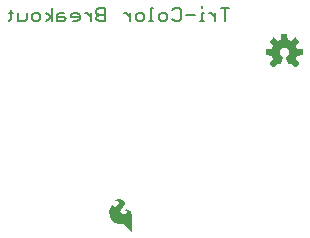
<source format=gbr>
G04 EAGLE Gerber RS-274X export*
G75*
%MOMM*%
%FSLAX34Y34*%
%LPD*%
%INSilkscreen Bottom*%
%IPPOS*%
%AMOC8*
5,1,8,0,0,1.08239X$1,22.5*%
G01*
%ADD10C,0.203200*%

G36*
X149020Y127146D02*
X149020Y127146D01*
X149128Y127156D01*
X149141Y127162D01*
X149155Y127164D01*
X149252Y127212D01*
X149351Y127257D01*
X149364Y127268D01*
X149373Y127272D01*
X149388Y127288D01*
X149465Y127350D01*
X152050Y129935D01*
X152113Y130024D01*
X152179Y130109D01*
X152184Y130122D01*
X152192Y130134D01*
X152223Y130237D01*
X152259Y130340D01*
X152259Y130354D01*
X152263Y130367D01*
X152259Y130475D01*
X152260Y130584D01*
X152255Y130597D01*
X152255Y130611D01*
X152217Y130713D01*
X152182Y130815D01*
X152173Y130830D01*
X152169Y130839D01*
X152155Y130856D01*
X152101Y130938D01*
X149337Y134328D01*
X149894Y135410D01*
X149900Y135430D01*
X149942Y135525D01*
X150313Y136684D01*
X154664Y137127D01*
X154768Y137155D01*
X154874Y137180D01*
X154886Y137187D01*
X154899Y137190D01*
X154989Y137251D01*
X155082Y137308D01*
X155090Y137319D01*
X155102Y137327D01*
X155168Y137413D01*
X155237Y137497D01*
X155241Y137510D01*
X155250Y137521D01*
X155284Y137624D01*
X155323Y137725D01*
X155324Y137743D01*
X155328Y137752D01*
X155328Y137774D01*
X155337Y137872D01*
X155337Y141528D01*
X155320Y141635D01*
X155306Y141743D01*
X155300Y141755D01*
X155298Y141769D01*
X155246Y141865D01*
X155199Y141962D01*
X155189Y141972D01*
X155183Y141984D01*
X155103Y142058D01*
X155027Y142135D01*
X155015Y142141D01*
X155005Y142151D01*
X154906Y142196D01*
X154809Y142244D01*
X154791Y142248D01*
X154782Y142252D01*
X154761Y142254D01*
X154664Y142273D01*
X150313Y142716D01*
X149942Y143875D01*
X149933Y143892D01*
X149931Y143900D01*
X149927Y143907D01*
X149894Y143990D01*
X149337Y145072D01*
X152101Y148462D01*
X152155Y148556D01*
X152212Y148648D01*
X152215Y148661D01*
X152222Y148673D01*
X152243Y148780D01*
X152268Y148885D01*
X152266Y148899D01*
X152269Y148913D01*
X152254Y149020D01*
X152244Y149128D01*
X152238Y149141D01*
X152236Y149155D01*
X152188Y149252D01*
X152143Y149351D01*
X152132Y149364D01*
X152128Y149373D01*
X152112Y149388D01*
X152050Y149465D01*
X149465Y152050D01*
X149376Y152113D01*
X149291Y152179D01*
X149278Y152184D01*
X149266Y152192D01*
X149163Y152223D01*
X149060Y152259D01*
X149046Y152259D01*
X149033Y152263D01*
X148925Y152259D01*
X148816Y152260D01*
X148803Y152255D01*
X148789Y152255D01*
X148687Y152217D01*
X148585Y152182D01*
X148570Y152173D01*
X148561Y152169D01*
X148544Y152155D01*
X148462Y152101D01*
X145072Y149337D01*
X143990Y149894D01*
X143970Y149900D01*
X143875Y149942D01*
X142716Y150313D01*
X142273Y154664D01*
X142245Y154768D01*
X142220Y154874D01*
X142213Y154886D01*
X142210Y154899D01*
X142149Y154989D01*
X142092Y155082D01*
X142081Y155090D01*
X142073Y155102D01*
X141987Y155168D01*
X141903Y155237D01*
X141890Y155241D01*
X141879Y155250D01*
X141776Y155284D01*
X141675Y155323D01*
X141657Y155324D01*
X141648Y155328D01*
X141626Y155328D01*
X141528Y155337D01*
X137872Y155337D01*
X137765Y155320D01*
X137657Y155306D01*
X137645Y155300D01*
X137631Y155298D01*
X137535Y155246D01*
X137438Y155199D01*
X137428Y155189D01*
X137416Y155183D01*
X137342Y155103D01*
X137265Y155027D01*
X137259Y155015D01*
X137249Y155005D01*
X137204Y154906D01*
X137156Y154809D01*
X137152Y154791D01*
X137148Y154782D01*
X137146Y154761D01*
X137127Y154664D01*
X136684Y150313D01*
X135525Y149942D01*
X135507Y149932D01*
X135410Y149894D01*
X134328Y149337D01*
X130938Y152101D01*
X130844Y152155D01*
X130752Y152212D01*
X130739Y152215D01*
X130727Y152222D01*
X130620Y152243D01*
X130515Y152268D01*
X130501Y152266D01*
X130487Y152269D01*
X130380Y152254D01*
X130272Y152244D01*
X130259Y152238D01*
X130246Y152236D01*
X130148Y152188D01*
X130049Y152143D01*
X130036Y152132D01*
X130027Y152128D01*
X130012Y152112D01*
X129935Y152050D01*
X127350Y149465D01*
X127287Y149376D01*
X127221Y149291D01*
X127216Y149278D01*
X127208Y149266D01*
X127177Y149163D01*
X127141Y149060D01*
X127141Y149046D01*
X127137Y149033D01*
X127141Y148925D01*
X127140Y148816D01*
X127145Y148803D01*
X127145Y148789D01*
X127183Y148687D01*
X127218Y148585D01*
X127227Y148570D01*
X127231Y148561D01*
X127245Y148544D01*
X127299Y148462D01*
X130063Y145072D01*
X129506Y143990D01*
X129500Y143970D01*
X129458Y143875D01*
X129087Y142716D01*
X124736Y142273D01*
X124632Y142245D01*
X124526Y142220D01*
X124514Y142213D01*
X124501Y142210D01*
X124411Y142149D01*
X124318Y142092D01*
X124310Y142081D01*
X124298Y142073D01*
X124232Y141987D01*
X124164Y141903D01*
X124159Y141890D01*
X124150Y141879D01*
X124116Y141776D01*
X124077Y141675D01*
X124076Y141657D01*
X124072Y141648D01*
X124073Y141626D01*
X124063Y141528D01*
X124063Y137872D01*
X124080Y137765D01*
X124094Y137657D01*
X124100Y137645D01*
X124102Y137631D01*
X124154Y137535D01*
X124201Y137438D01*
X124211Y137428D01*
X124217Y137416D01*
X124297Y137342D01*
X124373Y137265D01*
X124385Y137259D01*
X124396Y137249D01*
X124494Y137204D01*
X124591Y137156D01*
X124609Y137152D01*
X124618Y137148D01*
X124639Y137146D01*
X124736Y137127D01*
X129087Y136684D01*
X129458Y135525D01*
X129468Y135507D01*
X129506Y135410D01*
X130063Y134328D01*
X127299Y130938D01*
X127245Y130844D01*
X127188Y130752D01*
X127185Y130739D01*
X127178Y130727D01*
X127157Y130620D01*
X127132Y130515D01*
X127134Y130501D01*
X127131Y130487D01*
X127146Y130380D01*
X127156Y130272D01*
X127162Y130259D01*
X127164Y130246D01*
X127212Y130148D01*
X127257Y130049D01*
X127268Y130036D01*
X127272Y130027D01*
X127288Y130012D01*
X127350Y129935D01*
X129935Y127350D01*
X130024Y127287D01*
X130109Y127221D01*
X130122Y127216D01*
X130134Y127208D01*
X130237Y127177D01*
X130340Y127141D01*
X130354Y127141D01*
X130367Y127137D01*
X130475Y127141D01*
X130584Y127140D01*
X130597Y127145D01*
X130611Y127145D01*
X130713Y127183D01*
X130815Y127218D01*
X130830Y127227D01*
X130839Y127231D01*
X130856Y127245D01*
X130938Y127299D01*
X134328Y130063D01*
X135410Y129506D01*
X135463Y129489D01*
X135512Y129463D01*
X135578Y129452D01*
X135642Y129431D01*
X135698Y129432D01*
X135752Y129423D01*
X135819Y129434D01*
X135886Y129435D01*
X135938Y129453D01*
X135993Y129462D01*
X136053Y129494D01*
X136116Y129517D01*
X136159Y129551D01*
X136209Y129577D01*
X136255Y129626D01*
X136307Y129668D01*
X136338Y129715D01*
X136376Y129755D01*
X136432Y129860D01*
X136440Y129873D01*
X136441Y129878D01*
X136445Y129885D01*
X138598Y135082D01*
X138618Y135165D01*
X138623Y135178D01*
X138625Y135194D01*
X138650Y135279D01*
X138649Y135300D01*
X138654Y135320D01*
X138646Y135402D01*
X138648Y135421D01*
X138643Y135441D01*
X138639Y135522D01*
X138632Y135542D01*
X138630Y135563D01*
X138599Y135632D01*
X138592Y135659D01*
X138577Y135683D01*
X138551Y135750D01*
X138538Y135766D01*
X138529Y135785D01*
X138484Y135834D01*
X138464Y135866D01*
X138433Y135891D01*
X138395Y135937D01*
X138372Y135953D01*
X138362Y135963D01*
X138341Y135975D01*
X138276Y136020D01*
X138275Y136021D01*
X138274Y136022D01*
X137375Y136528D01*
X136688Y137172D01*
X136173Y137960D01*
X135861Y138848D01*
X135769Y139785D01*
X135902Y140717D01*
X136253Y141591D01*
X136802Y142356D01*
X137516Y142969D01*
X138356Y143394D01*
X139273Y143608D01*
X140214Y143598D01*
X141126Y143364D01*
X141956Y142921D01*
X142657Y142292D01*
X143189Y141515D01*
X143520Y140634D01*
X143633Y139699D01*
X143525Y138782D01*
X143205Y137914D01*
X142691Y137145D01*
X142012Y136518D01*
X141128Y136023D01*
X141086Y135990D01*
X141044Y135967D01*
X141013Y135934D01*
X140965Y135899D01*
X140953Y135883D01*
X140937Y135870D01*
X140902Y135815D01*
X140877Y135789D01*
X140863Y135758D01*
X140822Y135701D01*
X140816Y135682D01*
X140806Y135665D01*
X140787Y135590D01*
X140777Y135567D01*
X140774Y135543D01*
X140751Y135468D01*
X140752Y135448D01*
X140747Y135428D01*
X140754Y135343D01*
X140753Y135324D01*
X140756Y135307D01*
X140759Y135224D01*
X140767Y135199D01*
X140768Y135185D01*
X140778Y135163D01*
X140802Y135082D01*
X141111Y134337D01*
X142042Y132089D01*
X142352Y131340D01*
X142955Y129885D01*
X142984Y129838D01*
X143005Y129786D01*
X143048Y129735D01*
X143084Y129678D01*
X143127Y129643D01*
X143163Y129600D01*
X143220Y129566D01*
X143272Y129523D01*
X143324Y129504D01*
X143372Y129475D01*
X143438Y129461D01*
X143501Y129437D01*
X143556Y129435D01*
X143610Y129424D01*
X143677Y129431D01*
X143744Y129429D01*
X143798Y129445D01*
X143853Y129452D01*
X143964Y129496D01*
X143978Y129500D01*
X143982Y129503D01*
X143990Y129506D01*
X145072Y130063D01*
X148462Y127299D01*
X148556Y127245D01*
X148648Y127188D01*
X148661Y127185D01*
X148673Y127178D01*
X148780Y127157D01*
X148885Y127132D01*
X148899Y127134D01*
X148913Y127131D01*
X149020Y127146D01*
G37*
G36*
X10204Y-12782D02*
X10204Y-12782D01*
X10246Y-12767D01*
X10248Y-12762D01*
X10252Y-12760D01*
X10281Y-12687D01*
X10285Y-12676D01*
X10285Y-12675D01*
X10285Y2489D01*
X10283Y2494D01*
X10285Y2500D01*
X10215Y3331D01*
X10209Y3342D01*
X10210Y3357D01*
X9970Y4156D01*
X9962Y4166D01*
X9960Y4180D01*
X9559Y4912D01*
X9549Y4920D01*
X9544Y4933D01*
X9074Y5483D01*
X9063Y5488D01*
X9056Y5500D01*
X8486Y5945D01*
X8474Y5948D01*
X8464Y5958D01*
X7816Y6279D01*
X7804Y6280D01*
X7792Y6288D01*
X7093Y6472D01*
X7082Y6471D01*
X7071Y6476D01*
X6131Y6549D01*
X6122Y6546D01*
X6111Y6549D01*
X5171Y6476D01*
X5167Y6474D01*
X5161Y6475D01*
X4678Y6399D01*
X4639Y6374D01*
X4599Y6353D01*
X4598Y6349D01*
X4595Y6347D01*
X4585Y6302D01*
X4573Y6258D01*
X4575Y6254D01*
X4574Y6250D01*
X4599Y6212D01*
X4623Y6173D01*
X4627Y6172D01*
X4629Y6169D01*
X4670Y6160D01*
X4710Y6148D01*
X4868Y6164D01*
X5006Y6136D01*
X5139Y6065D01*
X5963Y5466D01*
X6081Y5352D01*
X6153Y5214D01*
X6246Y4799D01*
X6246Y4371D01*
X6153Y3955D01*
X5947Y3551D01*
X5634Y3223D01*
X5028Y2858D01*
X4350Y2651D01*
X3639Y2616D01*
X3029Y2713D01*
X2443Y2911D01*
X1900Y3204D01*
X1475Y3569D01*
X1160Y4029D01*
X974Y4554D01*
X931Y5110D01*
X1033Y5658D01*
X1273Y6161D01*
X1643Y6596D01*
X1841Y6806D01*
X2436Y7437D01*
X3031Y8068D01*
X3096Y8137D01*
X3099Y8147D01*
X3108Y8153D01*
X4295Y9911D01*
X4297Y9924D01*
X4307Y9934D01*
X4587Y10622D01*
X4586Y10637D01*
X4595Y10652D01*
X4694Y11387D01*
X4690Y11402D01*
X4695Y11419D01*
X4608Y12156D01*
X4600Y12169D01*
X4600Y12187D01*
X4333Y12879D01*
X4322Y12890D01*
X4318Y12907D01*
X3887Y13510D01*
X3877Y13517D01*
X3871Y13529D01*
X3175Y14187D01*
X3167Y14190D01*
X3162Y14198D01*
X2385Y14758D01*
X2375Y14761D01*
X2367Y14769D01*
X1587Y15157D01*
X1575Y15158D01*
X1564Y15166D01*
X724Y15397D01*
X712Y15396D01*
X700Y15402D01*
X-168Y15468D01*
X-179Y15464D01*
X-190Y15468D01*
X-1090Y15382D01*
X-1099Y15378D01*
X-1109Y15379D01*
X-1987Y15159D01*
X-1995Y15153D01*
X-2007Y15152D01*
X-2235Y15051D01*
X-2591Y14899D01*
X-2592Y14899D01*
X-3096Y14678D01*
X-3106Y14667D01*
X-3123Y14662D01*
X-3558Y14324D01*
X-3561Y14317D01*
X-3569Y14313D01*
X-3594Y14288D01*
X-3595Y14288D01*
X-3597Y14287D01*
X-3632Y14195D01*
X-3591Y14106D01*
X-3506Y14073D01*
X-2903Y14073D01*
X-2392Y14016D01*
X-1902Y13877D01*
X-1421Y13622D01*
X-1026Y13252D01*
X-740Y12792D01*
X-583Y12273D01*
X-571Y11970D01*
X-630Y11670D01*
X-836Y11176D01*
X-1119Y10718D01*
X-1470Y10308D01*
X-1882Y9954D01*
X-2784Y9303D01*
X-3272Y9054D01*
X-3802Y8956D01*
X-4340Y9014D01*
X-4514Y9079D01*
X-4875Y9327D01*
X-5149Y9667D01*
X-5193Y9770D01*
X-5209Y9890D01*
X-5209Y10770D01*
X-5226Y10811D01*
X-5240Y10853D01*
X-5245Y10856D01*
X-5247Y10861D01*
X-5288Y10877D01*
X-5328Y10896D01*
X-5334Y10894D01*
X-5339Y10896D01*
X-5366Y10884D01*
X-5415Y10868D01*
X-6541Y9947D01*
X-6547Y9935D01*
X-6559Y9928D01*
X-7466Y8791D01*
X-7469Y8780D01*
X-7478Y8772D01*
X-7980Y7838D01*
X-7981Y7828D01*
X-7987Y7820D01*
X-8345Y6823D01*
X-8345Y6813D01*
X-8350Y6804D01*
X-8557Y5765D01*
X-8555Y5755D01*
X-8556Y5753D01*
X-8555Y5753D01*
X-8559Y5744D01*
X-8620Y3816D01*
X-8615Y3805D01*
X-8618Y3793D01*
X-8330Y1886D01*
X-8324Y1876D01*
X-8324Y1864D01*
X-7696Y40D01*
X-7689Y31D01*
X-7687Y19D01*
X-6740Y-1662D01*
X-6732Y-1668D01*
X-6729Y-1679D01*
X-5844Y-2786D01*
X-5838Y-2789D01*
X-5835Y-2795D01*
X-5834Y-2795D01*
X-5832Y-2799D01*
X-4801Y-3771D01*
X-4793Y-3774D01*
X-4787Y-3782D01*
X-3630Y-4599D01*
X-3620Y-4601D01*
X-3612Y-4609D01*
X-2382Y-5209D01*
X-2371Y-5210D01*
X-2361Y-5218D01*
X-1042Y-5586D01*
X-1031Y-5584D01*
X-1020Y-5590D01*
X344Y-5714D01*
X349Y-5712D01*
X355Y-5714D01*
X2630Y-5714D01*
X2998Y-5779D01*
X3349Y-5906D01*
X4339Y-6495D01*
X5193Y-7277D01*
X10065Y-12759D01*
X10069Y-12761D01*
X10071Y-12766D01*
X10113Y-12782D01*
X10154Y-12801D01*
X10158Y-12799D01*
X10163Y-12801D01*
X10204Y-12782D01*
G37*
D10*
X89405Y166116D02*
X89405Y176793D01*
X92964Y176793D02*
X85846Y176793D01*
X81270Y173234D02*
X81270Y166116D01*
X81270Y169675D02*
X77711Y173234D01*
X75931Y173234D01*
X71525Y173234D02*
X69746Y173234D01*
X69746Y166116D01*
X71525Y166116D02*
X67966Y166116D01*
X69746Y176793D02*
X69746Y178573D01*
X63729Y171455D02*
X56611Y171455D01*
X46697Y176793D02*
X44917Y175014D01*
X46697Y176793D02*
X50256Y176793D01*
X52035Y175014D01*
X52035Y167896D01*
X50256Y166116D01*
X46697Y166116D01*
X44917Y167896D01*
X38562Y166116D02*
X35003Y166116D01*
X33223Y167896D01*
X33223Y171455D01*
X35003Y173234D01*
X38562Y173234D01*
X40341Y171455D01*
X40341Y167896D01*
X38562Y166116D01*
X28647Y176793D02*
X26868Y176793D01*
X26868Y166116D01*
X28647Y166116D02*
X25088Y166116D01*
X19072Y166116D02*
X15513Y166116D01*
X13733Y167896D01*
X13733Y171455D01*
X15513Y173234D01*
X19072Y173234D01*
X20851Y171455D01*
X20851Y167896D01*
X19072Y166116D01*
X9157Y166116D02*
X9157Y173234D01*
X9157Y169675D02*
X5598Y173234D01*
X3819Y173234D01*
X-12282Y176793D02*
X-12282Y166116D01*
X-12282Y176793D02*
X-17620Y176793D01*
X-19400Y175014D01*
X-19400Y173234D01*
X-17620Y171455D01*
X-19400Y169675D01*
X-19400Y167896D01*
X-17620Y166116D01*
X-12282Y166116D01*
X-12282Y171455D02*
X-17620Y171455D01*
X-23976Y173234D02*
X-23976Y166116D01*
X-23976Y169675D02*
X-27535Y173234D01*
X-29314Y173234D01*
X-35500Y166116D02*
X-39059Y166116D01*
X-35500Y166116D02*
X-33721Y167896D01*
X-33721Y171455D01*
X-35500Y173234D01*
X-39059Y173234D01*
X-40839Y171455D01*
X-40839Y169675D01*
X-33721Y169675D01*
X-47194Y173234D02*
X-50753Y173234D01*
X-52533Y171455D01*
X-52533Y166116D01*
X-47194Y166116D01*
X-45415Y167896D01*
X-47194Y169675D01*
X-52533Y169675D01*
X-57109Y166116D02*
X-57109Y176793D01*
X-57109Y169675D02*
X-62447Y166116D01*
X-57109Y169675D02*
X-62447Y173234D01*
X-68633Y166116D02*
X-72192Y166116D01*
X-73972Y167896D01*
X-73972Y171455D01*
X-72192Y173234D01*
X-68633Y173234D01*
X-66854Y171455D01*
X-66854Y167896D01*
X-68633Y166116D01*
X-78548Y167896D02*
X-78548Y173234D01*
X-78548Y167896D02*
X-80327Y166116D01*
X-85666Y166116D01*
X-85666Y173234D01*
X-92021Y175014D02*
X-92021Y167896D01*
X-93801Y166116D01*
X-93801Y173234D02*
X-90241Y173234D01*
M02*

</source>
